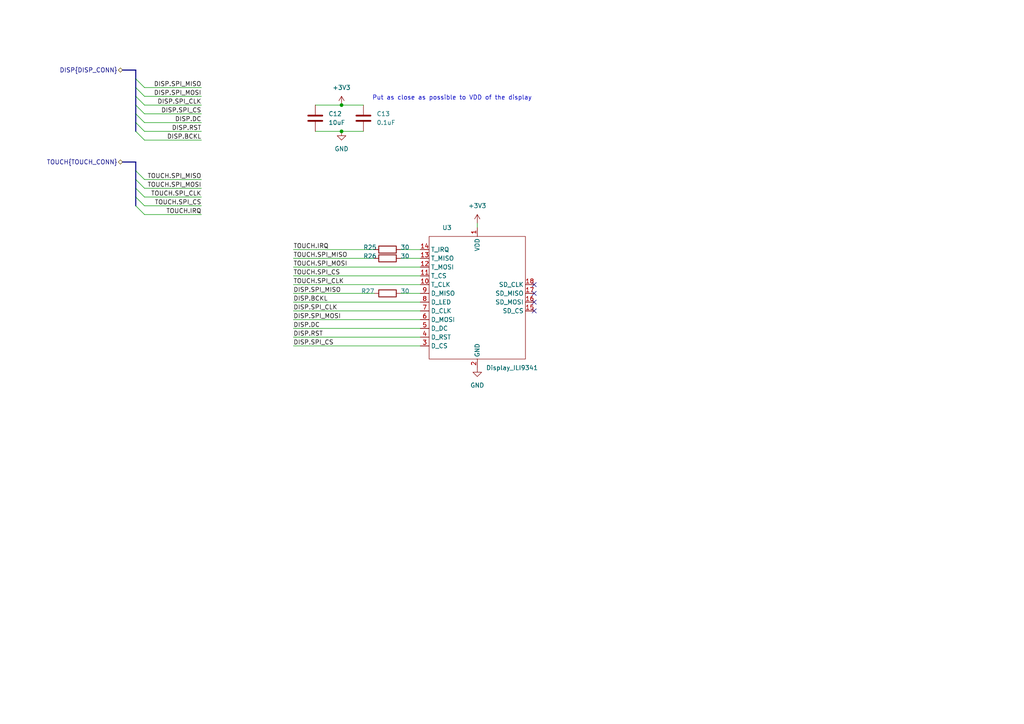
<source format=kicad_sch>
(kicad_sch (version 20211123) (generator eeschema)
  (paper "A4")
  (title_block (title "Display") (date "2022/01/18") (rev "v0.1") (company "Bzgec"))
  (lib_symbols
    (symbol "Device:C" (pin_numbers hide) (pin_names (offset 0.254))
      (property "Reference" "C" (at 0.635 2.54 0))
      (property "Value" "C" (at 0.635 -2.54 0))
      (symbol "C_0_1"
        (polyline (pts (xy -2.032 -0.762) (xy 2.032 -0.762)) (stroke (width 0.508)))
        (polyline (pts (xy -2.032 0.762) (xy 2.032 0.762)) (stroke (width 0.508)))
      )
      (symbol "C_1_1"
        (pin passive line (at 0 3.81 270) (length 2.794) (name "~") (number "1"))
        (pin passive line (at 0 -3.81 90) (length 2.794) (name "~") (number "2"))
      )
    )
    (symbol "Device:R" (pin_numbers hide) (pin_names (offset 0))
      (property "Reference" "R" (at 2.032 0 90))
      (property "Value" "R" (at 0 0 90))
      (symbol "R_0_1"
        (rectangle (start -1.016 -2.54) (end 1.016 2.54) (stroke (width 0.254)))
      )
      (symbol "R_1_1"
        (pin passive line (at 0 3.81 270) (length 1.27) (name "~") (number "1"))
        (pin passive line (at 0 -3.81 90) (length 1.27) (name "~") (number "2"))
      )
    )
    (symbol "myLib:Display_ILI9341"
      (property "Reference" "U" (at -12.7 19.05 0))
      (property "Value" "Display_ILI9341" (at 8.89 -20.32 0))
      (symbol "Display_ILI9341_0_0"
        (pin power_in line (at 0 20.32 270) (length 2.54) (name "VDD") (number "1"))
        (pin input line (at -16.51 3.81 0) (length 2.54) (name "T_CLK") (number "10"))
        (pin input line (at -16.51 6.35 0) (length 2.54) (name "T_CS") (number "11"))
        (pin input line (at -16.51 8.89 0) (length 2.54) (name "T_MOSI") (number "12"))
        (pin output line (at -16.51 11.43 0) (length 2.54) (name "T_MISO") (number "13"))
        (pin output line (at -16.51 13.97 0) (length 2.54) (name "T_IRQ") (number "14"))
        (pin input line (at 16.51 -3.81 180) (length 2.54) (name "SD_CS") (number "15"))
        (pin input line (at 16.51 -1.27 180) (length 2.54) (name "SD_MOSI") (number "16"))
        (pin output line (at 16.51 1.27 180) (length 2.54) (name "SD_MISO") (number "17"))
        (pin input line (at 16.51 3.81 180) (length 2.54) (name "SD_CLK") (number "18"))
        (pin power_in line (at 0 -20.32 90) (length 2.54) (name "GND") (number "2"))
        (pin input line (at -16.51 -13.97 0) (length 2.54) (name "D_CS") (number "3"))
        (pin input line (at -16.51 -11.43 0) (length 2.54) (name "D_RST") (number "4"))
        (pin input line (at -16.51 -8.89 0) (length 2.54) (name "D_DC") (number "5"))
        (pin input line (at -16.51 -6.35 0) (length 2.54) (name "D_MOSI") (number "6"))
        (pin input line (at -16.51 -3.81 0) (length 2.54) (name "D_CLK") (number "7"))
        (pin input line (at -16.51 -1.27 0) (length 2.54) (name "D_LED") (number "8"))
        (pin output line (at -16.51 1.27 0) (length 2.54) (name "D_MISO") (number "9"))
      )
      (symbol "Display_ILI9341_0_1"
        (rectangle (start -13.97 17.78) (end 13.97 -17.78))
      )
    )
    (symbol "power:+3.3V" (power) (pin_names (offset 0))
      (property "Value" "+3.3V" (at 0 3.556 0))
      (symbol "+3.3V_0_1"
        (polyline (pts (xy -0.762 1.27) (xy 0 2.54)))
        (polyline (pts (xy 0 0) (xy 0 2.54)))
        (polyline (pts (xy 0 2.54) (xy 0.762 1.27)))
      )
      (symbol "+3.3V_1_1"
        (pin power_in line (at 0 0 90) (length 0) hide (name "+3V3") (number "1"))
      )
    )
    (symbol "power:GND" (power) (pin_names (offset 0))
      (property "Value" "GND" (at 0 -3.81 0))
      (symbol "GND_0_1"
        (polyline (pts (xy 0 0) (xy 0 -1.27) (xy 1.27 -1.27) (xy 0 -2.54) (xy -1.27 -1.27) (xy 0 -1.27)))
      )
      (symbol "GND_1_1"
        (pin power_in line (at 0 0 270) (length 0) hide (name "GND") (number "1"))
      )
    )
  )
  (bus_alias "DISP_CONN" (members "SPI_MISO" "SPI_MOSI" "SPI_CLK" "SPI_CS" "DC" "RST" "BCKL"))
  (junction (at 99.06 30.48))
  (junction (at 99.06 38.1))
  (no_connect (at 154.94 85.09))
  (no_connect (at 154.94 87.63))
  (no_connect (at 154.94 82.55))
  (no_connect (at 154.94 90.17))
  (bus_entry (at 39.37 22.86) (size 2.54 2.54))
  (bus_entry (at 41.91 52.07) (size -2.54 -2.54))
  (bus_entry (at 41.91 59.69) (size -2.54 -2.54))
  (bus_entry (at 41.91 57.15) (size -2.54 -2.54))
  (bus_entry (at 41.91 62.23) (size -2.54 -2.54))
  (bus_entry (at 41.91 54.61) (size -2.54 -2.54))
  (bus_entry (at 39.37 25.4) (size 2.54 2.54))
  (bus_entry (at 39.37 33.02) (size 2.54 2.54))
  (bus_entry (at 39.37 35.56) (size 2.54 2.54))
  (bus_entry (at 39.37 38.1) (size 2.54 2.54))
  (bus_entry (at 39.37 30.48) (size 2.54 2.54))
  (bus_entry (at 39.37 27.94) (size 2.54 2.54))
  (bus (pts (xy 39.37 46.99) (xy 35.56 46.99)))
  (wire (pts (xy 85.09 100.33) (xy 121.92 100.33)))
  (wire (pts (xy 91.44 30.48) (xy 99.06 30.48)))
  (bus (pts (xy 39.37 20.32) (xy 39.37 22.86)))
  (bus (pts (xy 39.37 54.61) (xy 39.37 57.15)))
  (wire (pts (xy 85.09 85.09) (xy 108.585 85.09)))
  (wire (pts (xy 116.205 85.09) (xy 121.92 85.09)))
  (bus (pts (xy 39.37 52.07) (xy 39.37 54.61)))
  (bus (pts (xy 39.37 57.15) (xy 39.37 59.69)))
  (wire (pts (xy 85.09 72.39) (xy 108.585 72.39)))
  (wire (pts (xy 58.42 33.02) (xy 41.91 33.02)))
  (wire (pts (xy 85.09 92.71) (xy 121.92 92.71)))
  (wire (pts (xy 85.09 74.93) (xy 108.585 74.93)))
  (bus (pts (xy 39.37 35.56) (xy 39.37 38.1)))
  (bus (pts (xy 39.37 30.48) (xy 39.37 33.02)))
  (wire (pts (xy 85.09 80.01) (xy 121.92 80.01)))
  (wire (pts (xy 58.42 59.69) (xy 41.91 59.69)))
  (wire (pts (xy 85.09 95.25) (xy 121.92 95.25)))
  (bus (pts (xy 35.56 20.32) (xy 39.37 20.32)))
  (wire (pts (xy 99.06 38.1) (xy 105.41 38.1)))
  (bus (pts (xy 39.37 49.53) (xy 39.37 52.07)))
  (wire (pts (xy 85.09 87.63) (xy 121.92 87.63)))
  (wire (pts (xy 85.09 77.47) (xy 121.92 77.47)))
  (bus (pts (xy 39.37 27.94) (xy 39.37 25.4)))
  (wire (pts (xy 41.91 52.07) (xy 58.42 52.07)))
  (wire (pts (xy 41.91 35.56) (xy 58.42 35.56)))
  (wire (pts (xy 85.09 97.79) (xy 121.92 97.79)))
  (wire (pts (xy 85.09 90.17) (xy 121.92 90.17)))
  (wire (pts (xy 58.42 27.94) (xy 41.91 27.94)))
  (wire (pts (xy 99.06 30.48) (xy 105.41 30.48)))
  (wire (pts (xy 41.91 57.15) (xy 58.42 57.15)))
  (wire (pts (xy 41.91 30.48) (xy 58.42 30.48)))
  (wire (pts (xy 116.205 72.39) (xy 121.92 72.39)))
  (wire (pts (xy 85.09 82.55) (xy 121.92 82.55)))
  (bus (pts (xy 39.37 22.86) (xy 39.37 25.4)))
  (bus (pts (xy 39.37 27.94) (xy 39.37 30.48)))
  (wire (pts (xy 41.91 25.4) (xy 58.42 25.4)))
  (bus (pts (xy 39.37 46.99) (xy 39.37 49.53)))
  (wire (pts (xy 116.205 74.93) (xy 121.92 74.93)))
  (wire (pts (xy 91.44 38.1) (xy 99.06 38.1)))
  (wire (pts (xy 41.91 62.23) (xy 58.42 62.23)))
  (wire (pts (xy 58.42 38.1) (xy 41.91 38.1)))
  (bus (pts (xy 39.37 35.56) (xy 39.37 33.02)))
  (wire (pts (xy 138.43 64.77) (xy 138.43 66.04)))
  (wire (pts (xy 58.42 54.61) (xy 41.91 54.61)))
  (wire (pts (xy 41.91 40.64) (xy 58.42 40.64)))
  (text "Put as close as possible to VDD of the display" (at 107.95 29.21 0) (effects (font (size 1.27 1.27)) (justify left bottom)))
  (label "TOUCH.IRQ" (at 58.42 62.23 180))
  (label "TOUCH.SPI_CS" (at 85.09 80.01 0))
  (label "DISP.DC" (at 85.09 95.25 0))
  (label "TOUCH.SPI_MISO" (at 58.42 52.07 180))
  (label "TOUCH.IRQ" (at 85.09 72.39 0))
  (label "TOUCH.SPI_CLK" (at 58.42 57.15 180))
  (label "DISP.SPI_MOSI" (at 58.42 27.94 180))
  (label "DISP.BCKL" (at 58.42 40.64 180))
  (label "DISP.SPI_CS" (at 85.09 100.33 0))
  (label "DISP.SPI_CLK" (at 58.42 30.48 180))
  (label "DISP.BCKL" (at 85.09 87.63 0))
  (label "DISP.SPI_MISO" (at 85.09 85.09 0))
  (label "DISP.RST" (at 58.42 38.1 180))
  (label "DISP.RST" (at 85.09 97.79 0))
  (label "DISP.DC" (at 58.42 35.56 180))
  (label "TOUCH.SPI_CLK" (at 85.09 82.55 0))
  (label "TOUCH.SPI_MOSI" (at 58.42 54.61 180))
  (label "DISP.SPI_MISO" (at 58.42 25.4 180))
  (label "DISP.SPI_MOSI" (at 85.09 92.71 0))
  (label "TOUCH.SPI_MOSI" (at 85.09 77.47 0))
  (label "TOUCH.SPI_MISO" (at 85.09 74.93 0))
  (label "TOUCH.SPI_CS" (at 58.42 59.69 180))
  (label "DISP.SPI_CLK" (at 85.09 90.17 0))
  (label "DISP.SPI_CS" (at 58.42 33.02 180))
  (hierarchical_label "DISP{DISP_CONN}" (shape bidirectional) (at 35.56 20.32 180))
  (hierarchical_label "TOUCH{TOUCH_CONN}" (shape bidirectional) (at 35.56 46.99 180))
  (symbol (lib_id "power:+3.3V") (at 99.06 30.48 0) (unit 1)
    (property "Reference" "#PWR031" (effects hide))
    (property "Value" "+3.3V" (at 99.06 25.4 0))
  )
  (symbol (lib_id "power:+3.3V") (at 138.43 64.77 0) (unit 1)
    (property "Reference" "#PWR033" (effects hide))
    (property "Value" "+3.3V" (at 138.43 59.69 0))
  )
  (symbol (lib_id "Device:C") (at 105.41 34.29 0) (unit 1)
    (property "Reference" "C13" (at 109.22 33.0199 0) (effects (justify left)))
    (property "Value" "0.1uF" (at 109.22 35.5599 0) (effects (justify left)))
    (property "Footprint" "Capacitor_SMD:C_0603_1608Metric_Pad1.08x0.95mm_HandSolder" (effects hide))
  )
  (symbol (lib_id "myLib:Display_ILI9341") (at 138.43 86.36 0) (unit 1)
    (property "Reference" "U3" (at 128.27 66.04 0) (effects (justify left)))
    (property "Value" "Display_ILI9341" (at 140.97 106.68 0) (effects (justify left)))
    (property "Footprint" "myLib:ILI9341" (effects hide))
  )
  (symbol (lib_id "Device:R") (at 112.395 74.93 270) (mirror x) (unit 1)
    (property "Reference" "R26" (at 107.315 74.295 90))
    (property "Value" "30" (at 117.475 74.295 90))
    (property "Footprint" "Resistor_SMD:R_0603_1608Metric_Pad0.98x0.95mm_HandSolder" (effects hide))
  )
  (symbol (lib_id "Device:R") (at 112.395 85.09 90) (unit 1)
    (property "Reference" "R27" (at 106.68 84.455 90))
    (property "Value" "30" (at 117.475 84.455 90))
    (property "Footprint" "Resistor_SMD:R_0603_1608Metric_Pad0.98x0.95mm_HandSolder" (effects hide))
  )
  (symbol (lib_id "Device:C") (at 91.44 34.29 0) (unit 1)
    (property "Reference" "C12" (at 95.25 33.0199 0) (effects (justify left)))
    (property "Value" "10uF" (at 95.25 35.5599 0) (effects (justify left)))
    (property "Footprint" "Capacitor_SMD:C_0603_1608Metric_Pad1.08x0.95mm_HandSolder" (effects hide))
  )
  (symbol (lib_id "power:GND") (at 138.43 106.68 0) (unit 1)
    (property "Reference" "#PWR034" (effects hide))
    (property "Value" "GND" (at 138.43 111.76 0))
  )
  (symbol (lib_id "Device:R") (at 112.395 72.39 270) (mirror x) (unit 1)
    (property "Reference" "R25" (at 107.315 71.755 90))
    (property "Value" "30" (at 117.475 71.755 90))
    (property "Footprint" "Resistor_SMD:R_0603_1608Metric_Pad0.98x0.95mm_HandSolder" (effects hide))
  )
  (symbol (lib_id "power:GND") (at 99.06 38.1 0) (unit 1)
    (property "Reference" "#PWR032" (effects hide))
    (property "Value" "GND" (at 99.06 43.18 0))
  )
)
</source>
